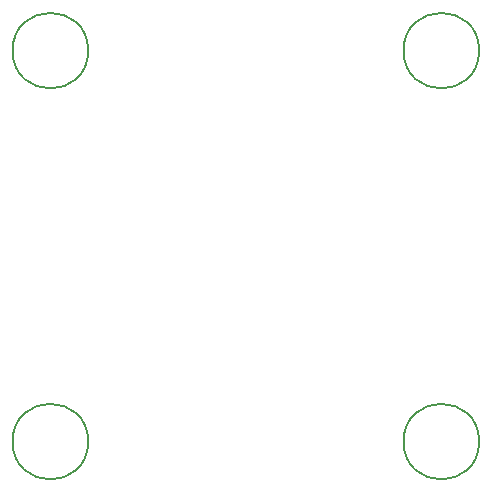
<source format=gbr>
%TF.GenerationSoftware,KiCad,Pcbnew,8.0.2*%
%TF.CreationDate,2024-05-06T11:08:47+09:00*%
%TF.ProjectId,5V-3A-BEC,35562d33-412d-4424-9543-2e6b69636164,0.1*%
%TF.SameCoordinates,Original*%
%TF.FileFunction,Other,Comment*%
%FSLAX46Y46*%
G04 Gerber Fmt 4.6, Leading zero omitted, Abs format (unit mm)*
G04 Created by KiCad (PCBNEW 8.0.2) date 2024-05-06 11:08:47*
%MOMM*%
%LPD*%
G01*
G04 APERTURE LIST*
%ADD10C,0.150000*%
G04 APERTURE END LIST*
D10*
%TO.C,H4*%
X137200000Y-106450001D02*
G75*
G02*
X130800000Y-106450001I-3200000J0D01*
G01*
X130800000Y-106450001D02*
G75*
G02*
X137200000Y-106450001I3200000J0D01*
G01*
%TO.C,H1*%
X104100000Y-106450001D02*
G75*
G02*
X97700000Y-106450001I-3200000J0D01*
G01*
X97700000Y-106450001D02*
G75*
G02*
X104100000Y-106450001I3200000J0D01*
G01*
%TO.C,H2*%
X104100000Y-139550001D02*
G75*
G02*
X97700000Y-139550001I-3200000J0D01*
G01*
X97700000Y-139550001D02*
G75*
G02*
X104100000Y-139550001I3200000J0D01*
G01*
%TO.C,H3*%
X137200000Y-139550001D02*
G75*
G02*
X130800000Y-139550001I-3200000J0D01*
G01*
X130800000Y-139550001D02*
G75*
G02*
X137200000Y-139550001I3200000J0D01*
G01*
%TD*%
M02*

</source>
